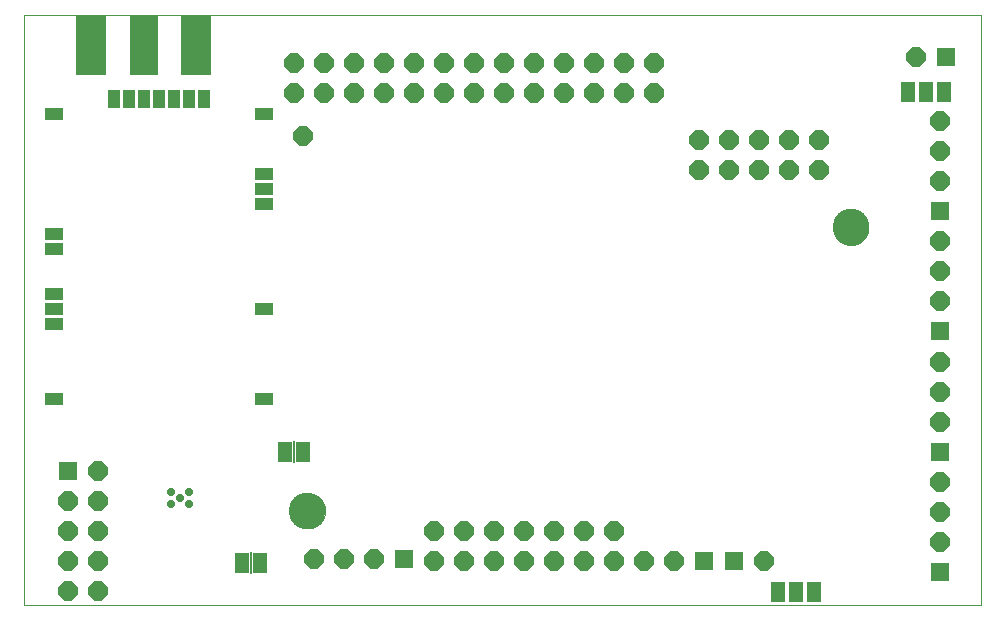
<source format=gbs>
G75*
%MOIN*%
%OFA0B0*%
%FSLAX25Y25*%
%IPPOS*%
%LPD*%
%AMOC8*
5,1,8,0,0,1.08239X$1,22.5*
%
%ADD10C,0.00000*%
%ADD11C,0.12211*%
%ADD12C,0.02781*%
%ADD13C,0.02800*%
%ADD14R,0.05000X0.06700*%
%ADD15R,0.00600X0.07200*%
%ADD16OC8,0.06400*%
%ADD17R,0.06400X0.06400*%
%ADD18R,0.06400X0.04400*%
%ADD19R,0.04400X0.06400*%
%ADD20R,0.09900X0.20400*%
%ADD21R,0.09400X0.20400*%
D10*
X0007131Y0012652D02*
X0007131Y0209502D01*
X0326029Y0209502D01*
X0326029Y0012652D01*
X0007131Y0012652D01*
X0095714Y0044148D02*
X0095716Y0044301D01*
X0095722Y0044455D01*
X0095732Y0044608D01*
X0095746Y0044760D01*
X0095764Y0044913D01*
X0095786Y0045064D01*
X0095811Y0045215D01*
X0095841Y0045366D01*
X0095875Y0045516D01*
X0095912Y0045664D01*
X0095953Y0045812D01*
X0095998Y0045958D01*
X0096047Y0046104D01*
X0096100Y0046248D01*
X0096156Y0046390D01*
X0096216Y0046531D01*
X0096280Y0046671D01*
X0096347Y0046809D01*
X0096418Y0046945D01*
X0096493Y0047079D01*
X0096570Y0047211D01*
X0096652Y0047341D01*
X0096736Y0047469D01*
X0096824Y0047595D01*
X0096915Y0047718D01*
X0097009Y0047839D01*
X0097107Y0047957D01*
X0097207Y0048073D01*
X0097311Y0048186D01*
X0097417Y0048297D01*
X0097526Y0048405D01*
X0097638Y0048510D01*
X0097752Y0048611D01*
X0097870Y0048710D01*
X0097989Y0048806D01*
X0098111Y0048899D01*
X0098236Y0048988D01*
X0098363Y0049075D01*
X0098492Y0049157D01*
X0098623Y0049237D01*
X0098756Y0049313D01*
X0098891Y0049386D01*
X0099028Y0049455D01*
X0099167Y0049520D01*
X0099307Y0049582D01*
X0099449Y0049640D01*
X0099592Y0049695D01*
X0099737Y0049746D01*
X0099883Y0049793D01*
X0100030Y0049836D01*
X0100178Y0049875D01*
X0100327Y0049911D01*
X0100477Y0049942D01*
X0100628Y0049970D01*
X0100779Y0049994D01*
X0100932Y0050014D01*
X0101084Y0050030D01*
X0101237Y0050042D01*
X0101390Y0050050D01*
X0101543Y0050054D01*
X0101697Y0050054D01*
X0101850Y0050050D01*
X0102003Y0050042D01*
X0102156Y0050030D01*
X0102308Y0050014D01*
X0102461Y0049994D01*
X0102612Y0049970D01*
X0102763Y0049942D01*
X0102913Y0049911D01*
X0103062Y0049875D01*
X0103210Y0049836D01*
X0103357Y0049793D01*
X0103503Y0049746D01*
X0103648Y0049695D01*
X0103791Y0049640D01*
X0103933Y0049582D01*
X0104073Y0049520D01*
X0104212Y0049455D01*
X0104349Y0049386D01*
X0104484Y0049313D01*
X0104617Y0049237D01*
X0104748Y0049157D01*
X0104877Y0049075D01*
X0105004Y0048988D01*
X0105129Y0048899D01*
X0105251Y0048806D01*
X0105370Y0048710D01*
X0105488Y0048611D01*
X0105602Y0048510D01*
X0105714Y0048405D01*
X0105823Y0048297D01*
X0105929Y0048186D01*
X0106033Y0048073D01*
X0106133Y0047957D01*
X0106231Y0047839D01*
X0106325Y0047718D01*
X0106416Y0047595D01*
X0106504Y0047469D01*
X0106588Y0047341D01*
X0106670Y0047211D01*
X0106747Y0047079D01*
X0106822Y0046945D01*
X0106893Y0046809D01*
X0106960Y0046671D01*
X0107024Y0046531D01*
X0107084Y0046390D01*
X0107140Y0046248D01*
X0107193Y0046104D01*
X0107242Y0045958D01*
X0107287Y0045812D01*
X0107328Y0045664D01*
X0107365Y0045516D01*
X0107399Y0045366D01*
X0107429Y0045215D01*
X0107454Y0045064D01*
X0107476Y0044913D01*
X0107494Y0044760D01*
X0107508Y0044608D01*
X0107518Y0044455D01*
X0107524Y0044301D01*
X0107526Y0044148D01*
X0107524Y0043995D01*
X0107518Y0043841D01*
X0107508Y0043688D01*
X0107494Y0043536D01*
X0107476Y0043383D01*
X0107454Y0043232D01*
X0107429Y0043081D01*
X0107399Y0042930D01*
X0107365Y0042780D01*
X0107328Y0042632D01*
X0107287Y0042484D01*
X0107242Y0042338D01*
X0107193Y0042192D01*
X0107140Y0042048D01*
X0107084Y0041906D01*
X0107024Y0041765D01*
X0106960Y0041625D01*
X0106893Y0041487D01*
X0106822Y0041351D01*
X0106747Y0041217D01*
X0106670Y0041085D01*
X0106588Y0040955D01*
X0106504Y0040827D01*
X0106416Y0040701D01*
X0106325Y0040578D01*
X0106231Y0040457D01*
X0106133Y0040339D01*
X0106033Y0040223D01*
X0105929Y0040110D01*
X0105823Y0039999D01*
X0105714Y0039891D01*
X0105602Y0039786D01*
X0105488Y0039685D01*
X0105370Y0039586D01*
X0105251Y0039490D01*
X0105129Y0039397D01*
X0105004Y0039308D01*
X0104877Y0039221D01*
X0104748Y0039139D01*
X0104617Y0039059D01*
X0104484Y0038983D01*
X0104349Y0038910D01*
X0104212Y0038841D01*
X0104073Y0038776D01*
X0103933Y0038714D01*
X0103791Y0038656D01*
X0103648Y0038601D01*
X0103503Y0038550D01*
X0103357Y0038503D01*
X0103210Y0038460D01*
X0103062Y0038421D01*
X0102913Y0038385D01*
X0102763Y0038354D01*
X0102612Y0038326D01*
X0102461Y0038302D01*
X0102308Y0038282D01*
X0102156Y0038266D01*
X0102003Y0038254D01*
X0101850Y0038246D01*
X0101697Y0038242D01*
X0101543Y0038242D01*
X0101390Y0038246D01*
X0101237Y0038254D01*
X0101084Y0038266D01*
X0100932Y0038282D01*
X0100779Y0038302D01*
X0100628Y0038326D01*
X0100477Y0038354D01*
X0100327Y0038385D01*
X0100178Y0038421D01*
X0100030Y0038460D01*
X0099883Y0038503D01*
X0099737Y0038550D01*
X0099592Y0038601D01*
X0099449Y0038656D01*
X0099307Y0038714D01*
X0099167Y0038776D01*
X0099028Y0038841D01*
X0098891Y0038910D01*
X0098756Y0038983D01*
X0098623Y0039059D01*
X0098492Y0039139D01*
X0098363Y0039221D01*
X0098236Y0039308D01*
X0098111Y0039397D01*
X0097989Y0039490D01*
X0097870Y0039586D01*
X0097752Y0039685D01*
X0097638Y0039786D01*
X0097526Y0039891D01*
X0097417Y0039999D01*
X0097311Y0040110D01*
X0097207Y0040223D01*
X0097107Y0040339D01*
X0097009Y0040457D01*
X0096915Y0040578D01*
X0096824Y0040701D01*
X0096736Y0040827D01*
X0096652Y0040955D01*
X0096570Y0041085D01*
X0096493Y0041217D01*
X0096418Y0041351D01*
X0096347Y0041487D01*
X0096280Y0041625D01*
X0096216Y0041765D01*
X0096156Y0041906D01*
X0096100Y0042048D01*
X0096047Y0042192D01*
X0095998Y0042338D01*
X0095953Y0042484D01*
X0095912Y0042632D01*
X0095875Y0042780D01*
X0095841Y0042930D01*
X0095811Y0043081D01*
X0095786Y0043232D01*
X0095764Y0043383D01*
X0095746Y0043536D01*
X0095732Y0043688D01*
X0095722Y0043841D01*
X0095716Y0043995D01*
X0095714Y0044148D01*
X0276816Y0138636D02*
X0276818Y0138789D01*
X0276824Y0138943D01*
X0276834Y0139096D01*
X0276848Y0139248D01*
X0276866Y0139401D01*
X0276888Y0139552D01*
X0276913Y0139703D01*
X0276943Y0139854D01*
X0276977Y0140004D01*
X0277014Y0140152D01*
X0277055Y0140300D01*
X0277100Y0140446D01*
X0277149Y0140592D01*
X0277202Y0140736D01*
X0277258Y0140878D01*
X0277318Y0141019D01*
X0277382Y0141159D01*
X0277449Y0141297D01*
X0277520Y0141433D01*
X0277595Y0141567D01*
X0277672Y0141699D01*
X0277754Y0141829D01*
X0277838Y0141957D01*
X0277926Y0142083D01*
X0278017Y0142206D01*
X0278111Y0142327D01*
X0278209Y0142445D01*
X0278309Y0142561D01*
X0278413Y0142674D01*
X0278519Y0142785D01*
X0278628Y0142893D01*
X0278740Y0142998D01*
X0278854Y0143099D01*
X0278972Y0143198D01*
X0279091Y0143294D01*
X0279213Y0143387D01*
X0279338Y0143476D01*
X0279465Y0143563D01*
X0279594Y0143645D01*
X0279725Y0143725D01*
X0279858Y0143801D01*
X0279993Y0143874D01*
X0280130Y0143943D01*
X0280269Y0144008D01*
X0280409Y0144070D01*
X0280551Y0144128D01*
X0280694Y0144183D01*
X0280839Y0144234D01*
X0280985Y0144281D01*
X0281132Y0144324D01*
X0281280Y0144363D01*
X0281429Y0144399D01*
X0281579Y0144430D01*
X0281730Y0144458D01*
X0281881Y0144482D01*
X0282034Y0144502D01*
X0282186Y0144518D01*
X0282339Y0144530D01*
X0282492Y0144538D01*
X0282645Y0144542D01*
X0282799Y0144542D01*
X0282952Y0144538D01*
X0283105Y0144530D01*
X0283258Y0144518D01*
X0283410Y0144502D01*
X0283563Y0144482D01*
X0283714Y0144458D01*
X0283865Y0144430D01*
X0284015Y0144399D01*
X0284164Y0144363D01*
X0284312Y0144324D01*
X0284459Y0144281D01*
X0284605Y0144234D01*
X0284750Y0144183D01*
X0284893Y0144128D01*
X0285035Y0144070D01*
X0285175Y0144008D01*
X0285314Y0143943D01*
X0285451Y0143874D01*
X0285586Y0143801D01*
X0285719Y0143725D01*
X0285850Y0143645D01*
X0285979Y0143563D01*
X0286106Y0143476D01*
X0286231Y0143387D01*
X0286353Y0143294D01*
X0286472Y0143198D01*
X0286590Y0143099D01*
X0286704Y0142998D01*
X0286816Y0142893D01*
X0286925Y0142785D01*
X0287031Y0142674D01*
X0287135Y0142561D01*
X0287235Y0142445D01*
X0287333Y0142327D01*
X0287427Y0142206D01*
X0287518Y0142083D01*
X0287606Y0141957D01*
X0287690Y0141829D01*
X0287772Y0141699D01*
X0287849Y0141567D01*
X0287924Y0141433D01*
X0287995Y0141297D01*
X0288062Y0141159D01*
X0288126Y0141019D01*
X0288186Y0140878D01*
X0288242Y0140736D01*
X0288295Y0140592D01*
X0288344Y0140446D01*
X0288389Y0140300D01*
X0288430Y0140152D01*
X0288467Y0140004D01*
X0288501Y0139854D01*
X0288531Y0139703D01*
X0288556Y0139552D01*
X0288578Y0139401D01*
X0288596Y0139248D01*
X0288610Y0139096D01*
X0288620Y0138943D01*
X0288626Y0138789D01*
X0288628Y0138636D01*
X0288626Y0138483D01*
X0288620Y0138329D01*
X0288610Y0138176D01*
X0288596Y0138024D01*
X0288578Y0137871D01*
X0288556Y0137720D01*
X0288531Y0137569D01*
X0288501Y0137418D01*
X0288467Y0137268D01*
X0288430Y0137120D01*
X0288389Y0136972D01*
X0288344Y0136826D01*
X0288295Y0136680D01*
X0288242Y0136536D01*
X0288186Y0136394D01*
X0288126Y0136253D01*
X0288062Y0136113D01*
X0287995Y0135975D01*
X0287924Y0135839D01*
X0287849Y0135705D01*
X0287772Y0135573D01*
X0287690Y0135443D01*
X0287606Y0135315D01*
X0287518Y0135189D01*
X0287427Y0135066D01*
X0287333Y0134945D01*
X0287235Y0134827D01*
X0287135Y0134711D01*
X0287031Y0134598D01*
X0286925Y0134487D01*
X0286816Y0134379D01*
X0286704Y0134274D01*
X0286590Y0134173D01*
X0286472Y0134074D01*
X0286353Y0133978D01*
X0286231Y0133885D01*
X0286106Y0133796D01*
X0285979Y0133709D01*
X0285850Y0133627D01*
X0285719Y0133547D01*
X0285586Y0133471D01*
X0285451Y0133398D01*
X0285314Y0133329D01*
X0285175Y0133264D01*
X0285035Y0133202D01*
X0284893Y0133144D01*
X0284750Y0133089D01*
X0284605Y0133038D01*
X0284459Y0132991D01*
X0284312Y0132948D01*
X0284164Y0132909D01*
X0284015Y0132873D01*
X0283865Y0132842D01*
X0283714Y0132814D01*
X0283563Y0132790D01*
X0283410Y0132770D01*
X0283258Y0132754D01*
X0283105Y0132742D01*
X0282952Y0132734D01*
X0282799Y0132730D01*
X0282645Y0132730D01*
X0282492Y0132734D01*
X0282339Y0132742D01*
X0282186Y0132754D01*
X0282034Y0132770D01*
X0281881Y0132790D01*
X0281730Y0132814D01*
X0281579Y0132842D01*
X0281429Y0132873D01*
X0281280Y0132909D01*
X0281132Y0132948D01*
X0280985Y0132991D01*
X0280839Y0133038D01*
X0280694Y0133089D01*
X0280551Y0133144D01*
X0280409Y0133202D01*
X0280269Y0133264D01*
X0280130Y0133329D01*
X0279993Y0133398D01*
X0279858Y0133471D01*
X0279725Y0133547D01*
X0279594Y0133627D01*
X0279465Y0133709D01*
X0279338Y0133796D01*
X0279213Y0133885D01*
X0279091Y0133978D01*
X0278972Y0134074D01*
X0278854Y0134173D01*
X0278740Y0134274D01*
X0278628Y0134379D01*
X0278519Y0134487D01*
X0278413Y0134598D01*
X0278309Y0134711D01*
X0278209Y0134827D01*
X0278111Y0134945D01*
X0278017Y0135066D01*
X0277926Y0135189D01*
X0277838Y0135315D01*
X0277754Y0135443D01*
X0277672Y0135573D01*
X0277595Y0135705D01*
X0277520Y0135839D01*
X0277449Y0135975D01*
X0277382Y0136113D01*
X0277318Y0136253D01*
X0277258Y0136394D01*
X0277202Y0136536D01*
X0277149Y0136680D01*
X0277100Y0136826D01*
X0277055Y0136972D01*
X0277014Y0137120D01*
X0276977Y0137268D01*
X0276943Y0137418D01*
X0276913Y0137569D01*
X0276888Y0137720D01*
X0276866Y0137871D01*
X0276848Y0138024D01*
X0276834Y0138176D01*
X0276824Y0138329D01*
X0276818Y0138483D01*
X0276816Y0138636D01*
D11*
X0282722Y0138636D03*
X0101620Y0044148D03*
D12*
X0056012Y0050556D03*
D13*
X0059012Y0048556D03*
X0056012Y0046556D03*
X0062012Y0046556D03*
X0062012Y0050556D03*
D14*
X0079698Y0026778D03*
X0085698Y0026778D03*
X0094131Y0063715D03*
X0100131Y0063715D03*
X0258531Y0017115D03*
X0264531Y0017115D03*
X0270531Y0017115D03*
X0301837Y0183831D03*
X0307837Y0183831D03*
X0313837Y0183831D03*
D15*
X0097131Y0063715D03*
X0082698Y0026778D03*
D16*
X0103931Y0027915D03*
X0113931Y0027915D03*
X0123931Y0027915D03*
X0143931Y0027515D03*
X0153931Y0027515D03*
X0163931Y0027515D03*
X0173931Y0027515D03*
X0183931Y0027515D03*
X0193931Y0027515D03*
X0203931Y0027515D03*
X0203931Y0027515D03*
X0213931Y0027515D03*
X0223931Y0027515D03*
X0203931Y0037515D03*
X0193931Y0037515D03*
X0183931Y0037515D03*
X0173931Y0037515D03*
X0163931Y0037515D03*
X0153931Y0037515D03*
X0143931Y0037515D03*
X0253931Y0027515D03*
X0312331Y0033715D03*
X0312331Y0043715D03*
X0312331Y0053715D03*
X0312331Y0073715D03*
X0312331Y0083715D03*
X0312331Y0093715D03*
X0312331Y0113915D03*
X0312331Y0123915D03*
X0312331Y0133915D03*
X0312331Y0153915D03*
X0312331Y0163915D03*
X0312331Y0173915D03*
X0304418Y0195554D03*
X0272131Y0167715D03*
X0262131Y0167715D03*
X0252131Y0167715D03*
X0242131Y0167715D03*
X0232131Y0167715D03*
X0232131Y0157715D03*
X0242131Y0157715D03*
X0252131Y0157715D03*
X0262131Y0157715D03*
X0272131Y0157715D03*
X0217131Y0183263D03*
X0207131Y0183263D03*
X0197131Y0183263D03*
X0187131Y0183263D03*
X0177131Y0183263D03*
X0167131Y0183263D03*
X0157131Y0183263D03*
X0147131Y0183263D03*
X0137131Y0183263D03*
X0127131Y0183263D03*
X0117131Y0183263D03*
X0107131Y0183263D03*
X0097131Y0183263D03*
X0097131Y0193263D03*
X0107131Y0193263D03*
X0117131Y0193263D03*
X0127131Y0193263D03*
X0137131Y0193263D03*
X0147131Y0193263D03*
X0157131Y0193263D03*
X0167131Y0193263D03*
X0177131Y0193263D03*
X0187131Y0193263D03*
X0197131Y0193263D03*
X0207131Y0193263D03*
X0217131Y0193263D03*
X0100131Y0168915D03*
X0031931Y0057515D03*
X0031931Y0047515D03*
X0021931Y0047515D03*
X0021931Y0037515D03*
X0031931Y0037515D03*
X0031931Y0027515D03*
X0021931Y0027515D03*
X0021931Y0017515D03*
X0031931Y0017515D03*
D17*
X0021931Y0057515D03*
X0133931Y0027915D03*
X0233931Y0027515D03*
X0243931Y0027515D03*
X0312331Y0023715D03*
X0312331Y0063715D03*
X0312331Y0103915D03*
X0312331Y0143915D03*
X0314418Y0195554D03*
D18*
X0087131Y0176515D03*
X0087131Y0156515D03*
X0087131Y0151515D03*
X0087131Y0146515D03*
X0087131Y0111515D03*
X0087131Y0081515D03*
X0017131Y0081515D03*
X0017131Y0106515D03*
X0017131Y0111515D03*
X0017131Y0116515D03*
X0017131Y0131515D03*
X0017131Y0136515D03*
X0017131Y0176515D03*
D19*
X0037131Y0181515D03*
X0042131Y0181515D03*
X0047131Y0181515D03*
X0052131Y0181515D03*
X0057131Y0181515D03*
X0062131Y0181515D03*
X0067131Y0181515D03*
D20*
X0064631Y0199415D03*
X0029631Y0199415D03*
D21*
X0047131Y0199415D03*
M02*

</source>
